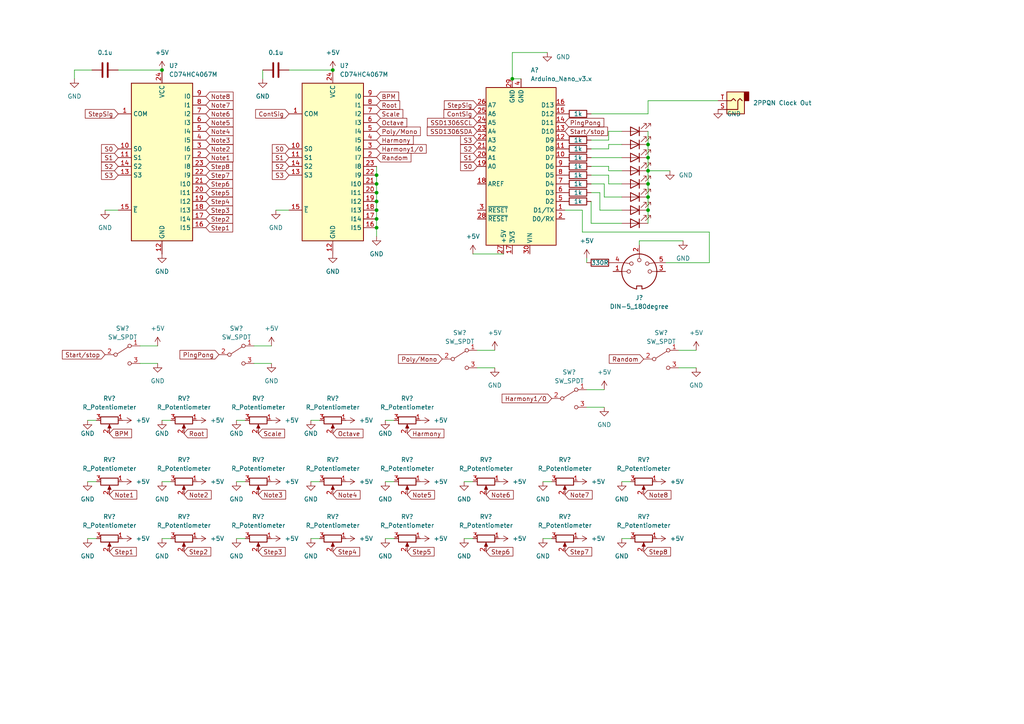
<source format=kicad_sch>
(kicad_sch (version 20211123) (generator eeschema)
  (paper "A4")
  (lib_symbols
    (symbol "74xx:CD74HC4067M"
      (property "Reference" "U" (at -8.89 22.86 0))
      (property "Value" "CD74HC4067M" (at 1.27 22.86 0))
      (symbol "CD74HC4067M_0_1"
        (rectangle (start -8.89 21.59) (end 8.89 -24.13) (stroke (width 0.254)) (fill (type background)))
      )
      (symbol "CD74HC4067M_1_1"
        (pin passive line (at -12.7 12.7 0) (length 3.81) (name "COM") (number "1"))
        (pin input line (at -12.7 2.54 0) (length 3.81) (name "S0") (number "10"))
        (pin input line (at -12.7 0 0) (length 3.81) (name "S1") (number "11"))
        (pin power_in line (at 0 -27.94 90) (length 3.81) (name "GND") (number "12"))
        (pin input line (at -12.7 -5.08 0) (length 3.81) (name "S3") (number "13"))
        (pin input line (at -12.7 -2.54 0) (length 3.81) (name "S2") (number "14"))
        (pin input line (at -12.7 -15.24 0) (length 3.81) (name "~{E}") (number "15"))
        (pin passive line (at 12.7 -20.32 180) (length 3.81) (name "I15") (number "16"))
        (pin passive line (at 12.7 -17.78 180) (length 3.81) (name "I14") (number "17"))
        (pin passive line (at 12.7 -15.24 180) (length 3.81) (name "I13") (number "18"))
        (pin passive line (at 12.7 -12.7 180) (length 3.81) (name "I12") (number "19"))
        (pin passive line (at 12.7 0 180) (length 3.81) (name "I7") (number "2"))
        (pin passive line (at 12.7 -10.16 180) (length 3.81) (name "I11") (number "20"))
        (pin passive line (at 12.7 -7.62 180) (length 3.81) (name "I10") (number "21"))
        (pin passive line (at 12.7 -5.08 180) (length 3.81) (name "I9") (number "22"))
        (pin passive line (at 12.7 -2.54 180) (length 3.81) (name "I8") (number "23"))
        (pin power_in line (at 0 25.4 270) (length 3.81) (name "VCC") (number "24"))
        (pin passive line (at 12.7 2.54 180) (length 3.81) (name "I6") (number "3"))
        (pin passive line (at 12.7 5.08 180) (length 3.81) (name "I5") (number "4"))
        (pin passive line (at 12.7 7.62 180) (length 3.81) (name "I4") (number "5"))
        (pin passive line (at 12.7 10.16 180) (length 3.81) (name "I3") (number "6"))
        (pin passive line (at 12.7 12.7 180) (length 3.81) (name "I2") (number "7"))
        (pin passive line (at 12.7 15.24 180) (length 3.81) (name "I1") (number "8"))
        (pin passive line (at 12.7 17.78 180) (length 3.81) (name "I0") (number "9"))
      )
    )
    (symbol "Connector:AudioJack2"
      (property "Reference" "J" (at 0 8.89 0))
      (property "Value" "AudioJack2" (at 0 6.35 0))
      (symbol "AudioJack2_0_1"
        (rectangle (start -3.81 0) (end -2.54 -2.54) (stroke (width 0.254)) (fill (type outline)))
        (rectangle (start -2.54 3.81) (end 2.54 -2.54) (stroke (width 0.254)) (fill (type background)))
        (polyline (pts (xy 0 0) (xy 0.635 -0.635) (xy 1.27 0) (xy 2.54 0)) (stroke (width 0.254)))
        (polyline (pts (xy 2.54 2.54) (xy -0.635 2.54) (xy -0.635 0) (xy -1.27 -0.635) (xy -1.905 0)) (stroke (width 0.254)))
      )
      (symbol "AudioJack2_1_1"
        (pin passive line (at 5.08 2.54 180) (length 2.54) (name "~") (number "S"))
        (pin passive line (at 5.08 0 180) (length 2.54) (name "~") (number "T"))
      )
    )
    (symbol "Connector:DIN-5_180degree" (pin_names (offset 1.016))
      (property "Reference" "J" (at 3.175 5.715 0))
      (property "Value" "DIN-5_180degree" (at 0 -6.35 0))
      (symbol "DIN-5_180degree_0_1"
        (arc (start -5.08 0) (mid -3.8609 -3.3364) (end -0.762 -5.08) (stroke (width 0.254)))
        (circle (center -3.048 0) (radius 0.508))
        (circle (center -2.286 2.286) (radius 0.508))
        (polyline (pts (xy -5.08 0) (xy -3.556 0)))
        (polyline (pts (xy 0 5.08) (xy 0 3.81)))
        (polyline (pts (xy 5.08 0) (xy 3.556 0)))
        (polyline (pts (xy -5.08 2.54) (xy -4.318 2.54) (xy -2.794 2.286)))
        (polyline (pts (xy 5.08 2.54) (xy 4.318 2.54) (xy 2.794 2.286)))
        (polyline (pts (xy -0.762 -4.953) (xy -0.762 -4.191) (xy 0.762 -4.191) (xy 0.762 -4.953)) (stroke (width 0.254)))
        (circle (center 0 3.302) (radius 0.508))
        (arc (start 0.762 -5.08) (mid 3.8685 -3.343) (end 5.08 0) (stroke (width 0.254)))
        (circle (center 2.286 2.286) (radius 0.508))
        (circle (center 3.048 0) (radius 0.508))
        (arc (start 5.08 0) (mid 0 5.08) (end -5.08 0) (stroke (width 0.254)))
      )
      (symbol "DIN-5_180degree_1_1"
        (pin passive line (at -7.62 0 0) (length 2.54) (name "~") (number "1"))
        (pin passive line (at 0 7.62 270) (length 2.54) (name "~") (number "2"))
        (pin passive line (at 7.62 0 180) (length 2.54) (name "~") (number "3"))
        (pin passive line (at -7.62 2.54 0) (length 2.54) (name "~") (number "4"))
        (pin passive line (at 7.62 2.54 180) (length 2.54) (name "~") (number "5"))
      )
    )
    (symbol "Device:C" (pin_numbers hide) (pin_names (offset 0.254))
      (property "Reference" "C" (at 0.635 2.54 0))
      (property "Value" "C" (at 0.635 -2.54 0))
      (symbol "C_0_1"
        (polyline (pts (xy -2.032 -0.762) (xy 2.032 -0.762)) (stroke (width 0.508)))
        (polyline (pts (xy -2.032 0.762) (xy 2.032 0.762)) (stroke (width 0.508)))
      )
      (symbol "C_1_1"
        (pin passive line (at 0 3.81 270) (length 2.794) (name "~") (number "1"))
        (pin passive line (at 0 -3.81 90) (length 2.794) (name "~") (number "2"))
      )
    )
    (symbol "Device:LED" (pin_numbers hide) (pin_names (offset 1.016) hide)
      (property "Reference" "D" (at 0 2.54 0))
      (property "Value" "LED" (at 0 -2.54 0))
      (symbol "LED_0_1"
        (polyline (pts (xy -1.27 -1.27) (xy -1.27 1.27)) (stroke (width 0.254)))
        (polyline (pts (xy -1.27 0) (xy 1.27 0)))
        (polyline (pts (xy 1.27 -1.27) (xy 1.27 1.27) (xy -1.27 0) (xy 1.27 -1.27)) (stroke (width 0.254)))
        (polyline (pts (xy -3.048 -0.762) (xy -4.572 -2.286) (xy -3.81 -2.286) (xy -4.572 -2.286) (xy -4.572 -1.524)))
        (polyline (pts (xy -1.778 -0.762) (xy -3.302 -2.286) (xy -2.54 -2.286) (xy -3.302 -2.286) (xy -3.302 -1.524)))
      )
      (symbol "LED_1_1"
        (pin passive line (at -3.81 0 0) (length 2.54) (name "K") (number "1"))
        (pin passive line (at 3.81 0 180) (length 2.54) (name "A") (number "2"))
      )
    )
    (symbol "Device:R" (pin_numbers hide) (pin_names (offset 0))
      (property "Reference" "R" (at 2.032 0 90))
      (property "Value" "R" (at 0 0 90))
      (symbol "R_0_1"
        (rectangle (start -1.016 -2.54) (end 1.016 2.54) (stroke (width 0.254)))
      )
      (symbol "R_1_1"
        (pin passive line (at 0 3.81 270) (length 1.27) (name "~") (number "1"))
        (pin passive line (at 0 -3.81 90) (length 1.27) (name "~") (number "2"))
      )
    )
    (symbol "Device:R_Potentiometer" (pin_names (offset 1.016) hide)
      (property "Reference" "RV" (at -4.445 0 90))
      (property "Value" "R_Potentiometer" (at -2.54 0 90))
      (symbol "R_Potentiometer_0_1"
        (polyline (pts (xy 2.54 0) (xy 1.524 0)))
        (polyline (pts (xy 1.143 0) (xy 2.286 0.508) (xy 2.286 -0.508) (xy 1.143 0)) (fill (type outline)))
        (rectangle (start 1.016 2.54) (end -1.016 -2.54) (stroke (width 0.254)))
      )
      (symbol "R_Potentiometer_1_1"
        (pin passive line (at 0 3.81 270) (length 1.27) (name "1") (number "1"))
        (pin passive line (at 3.81 0 180) (length 1.27) (name "2") (number "2"))
        (pin passive line (at 0 -3.81 90) (length 1.27) (name "3") (number "3"))
      )
    )
    (symbol "MCU_Module:Arduino_Nano_v3.x"
      (property "Reference" "A" (at -10.16 23.495 0))
      (property "Value" "Arduino_Nano_v3.x" (at 5.08 -24.13 0))
      (symbol "Arduino_Nano_v3.x_0_1"
        (rectangle (start -10.16 22.86) (end 10.16 -22.86) (stroke (width 0.254)) (fill (type background)))
      )
      (symbol "Arduino_Nano_v3.x_1_1"
        (pin bidirectional line (at -12.7 12.7 0) (length 2.54) (name "D1/TX") (number "1"))
        (pin bidirectional line (at -12.7 -2.54 0) (length 2.54) (name "D7") (number "10"))
        (pin bidirectional line (at -12.7 -5.08 0) (length 2.54) (name "D8") (number "11"))
        (pin bidirectional line (at -12.7 -7.62 0) (length 2.54) (name "D9") (number "12"))
        (pin bidirectional line (at -12.7 -10.16 0) (length 2.54) (name "D10") (number "13"))
        (pin bidirectional line (at -12.7 -12.7 0) (length 2.54) (name "D11") (number "14"))
        (pin bidirectional line (at -12.7 -15.24 0) (length 2.54) (name "D12") (number "15"))
        (pin bidirectional line (at -12.7 -17.78 0) (length 2.54) (name "D13") (number "16"))
        (pin power_out line (at 2.54 25.4 270) (length 2.54) (name "3V3") (number "17"))
        (pin input line (at 12.7 5.08 180) (length 2.54) (name "AREF") (number "18"))
        (pin bidirectional line (at 12.7 0 180) (length 2.54) (name "A0") (number "19"))
        (pin bidirectional line (at -12.7 15.24 0) (length 2.54) (name "D0/RX") (number "2"))
        (pin bidirectional line (at 12.7 -2.54 180) (length 2.54) (name "A1") (number "20"))
        (pin bidirectional line (at 12.7 -5.08 180) (length 2.54) (name "A2") (number "21"))
        (pin bidirectional line (at 12.7 -7.62 180) (length 2.54) (name "A3") (number "22"))
        (pin bidirectional line (at 12.7 -10.16 180) (length 2.54) (name "A4") (number "23"))
        (pin bidirectional line (at 12.7 -12.7 180) (length 2.54) (name "A5") (number "24"))
        (pin bidirectional line (at 12.7 -15.24 180) (length 2.54) (name "A6") (number "25"))
        (pin bidirectional line (at 12.7 -17.78 180) (length 2.54) (name "A7") (number "26"))
        (pin power_out line (at 5.08 25.4 270) (length 2.54) (name "+5V") (number "27"))
        (pin input line (at 12.7 15.24 180) (length 2.54) (name "~{RESET}") (number "28"))
        (pin power_in line (at 2.54 -25.4 90) (length 2.54) (name "GND") (number "29"))
        (pin input line (at 12.7 12.7 180) (length 2.54) (name "~{RESET}") (number "3"))
        (pin power_in line (at -2.54 25.4 270) (length 2.54) (name "VIN") (number "30"))
        (pin power_in line (at 0 -25.4 90) (length 2.54) (name "GND") (number "4"))
        (pin bidirectional line (at -12.7 10.16 0) (length 2.54) (name "D2") (number "5"))
        (pin bidirectional line (at -12.7 7.62 0) (length 2.54) (name "D3") (number "6"))
        (pin bidirectional line (at -12.7 5.08 0) (length 2.54) (name "D4") (number "7"))
        (pin bidirectional line (at -12.7 2.54 0) (length 2.54) (name "D5") (number "8"))
        (pin bidirectional line (at -12.7 0 0) (length 2.54) (name "D6") (number "9"))
      )
    )
    (symbol "Switch:SW_SPDT" (pin_names (offset 0) hide)
      (property "Reference" "SW" (at 0 4.318 0))
      (property "Value" "SW_SPDT" (at 0 -5.08 0))
      (symbol "SW_SPDT_0_0"
        (circle (center -2.032 0) (radius 0.508))
        (circle (center 2.032 -2.54) (radius 0.508))
      )
      (symbol "SW_SPDT_0_1"
        (polyline (pts (xy -1.524 0.254) (xy 1.651 2.286)))
        (circle (center 2.032 2.54) (radius 0.508))
      )
      (symbol "SW_SPDT_1_1"
        (pin passive line (at 5.08 2.54 180) (length 2.54) (name "A") (number "1"))
        (pin passive line (at -5.08 0 0) (length 2.54) (name "B") (number "2"))
        (pin passive line (at 5.08 -2.54 180) (length 2.54) (name "C") (number "3"))
      )
    )
    (symbol "power:+5V" (power) (pin_names (offset 0))
      (property "Value" "+5V" (at 0 3.556 0))
      (symbol "+5V_0_1"
        (polyline (pts (xy -0.762 1.27) (xy 0 2.54)))
        (polyline (pts (xy 0 0) (xy 0 2.54)))
        (polyline (pts (xy 0 2.54) (xy 0.762 1.27)))
      )
      (symbol "+5V_1_1"
        (pin power_in line (at 0 0 90) (length 0) hide (name "+5V") (number "1"))
      )
    )
    (symbol "power:GND" (power) (pin_names (offset 0))
      (property "Value" "GND" (at 0 -3.81 0))
      (symbol "GND_0_1"
        (polyline (pts (xy 0 0) (xy 0 -1.27) (xy 1.27 -1.27) (xy 0 -2.54) (xy -1.27 -1.27) (xy 0 -1.27)))
      )
      (symbol "GND_1_1"
        (pin power_in line (at 0 0 270) (length 0) hide (name "GND") (number "1"))
      )
    )
  )
  (junction (at 187.96 49.53))
  (junction (at 109.22 50.8))
  (junction (at 187.96 60.96))
  (junction (at 187.96 45.72))
  (junction (at 109.22 66.04))
  (junction (at 109.22 58.42))
  (junction (at 109.22 53.34))
  (junction (at 187.96 53.34))
  (junction (at 46.99 20.32))
  (junction (at 109.22 63.5))
  (junction (at 187.96 57.15))
  (junction (at 96.52 20.32))
  (junction (at 109.22 60.96))
  (junction (at 187.96 41.91))
  (junction (at 148.59 22.86))
  (junction (at 109.22 55.88))
  (wire (pts (xy 109.22 50.8) (xy 109.22 53.34)))
  (wire (pts (xy 171.45 58.42) (xy 171.45 64.77)))
  (wire (pts (xy 25.4 156.21) (xy 27.94 156.21)))
  (wire (pts (xy 138.43 101.6) (xy 143.51 101.6)))
  (wire (pts (xy 170.18 74.93) (xy 170.18 76.2)))
  (wire (pts (xy 176.53 38.1) (xy 180.34 38.1)))
  (wire (pts (xy 109.22 55.88) (xy 109.22 58.42)))
  (wire (pts (xy 175.26 57.15) (xy 180.34 57.15)))
  (wire (pts (xy 173.99 55.88) (xy 173.99 60.96)))
  (wire (pts (xy 187.96 60.96) (xy 187.96 64.77)))
  (wire (pts (xy 170.18 118.11) (xy 175.26 118.11)))
  (wire (pts (xy 171.45 53.34) (xy 175.26 53.34)))
  (wire (pts (xy 187.96 41.91) (xy 187.96 45.72)))
  (wire (pts (xy 163.83 60.96) (xy 168.91 60.96)))
  (wire (pts (xy 196.85 101.6) (xy 201.93 101.6)))
  (wire (pts (xy 171.45 55.88) (xy 173.99 55.88)))
  (wire (pts (xy 68.58 121.92) (xy 71.12 121.92)))
  (wire (pts (xy 46.99 121.92) (xy 49.53 121.92)))
  (wire (pts (xy 25.4 139.7) (xy 27.94 139.7)))
  (wire (pts (xy 134.62 139.7) (xy 137.16 139.7)))
  (wire (pts (xy 25.4 121.92) (xy 27.94 121.92)))
  (wire (pts (xy 187.96 53.34) (xy 187.96 57.15)))
  (wire (pts (xy 185.42 71.12) (xy 185.42 69.85)))
  (wire (pts (xy 157.48 156.21) (xy 160.02 156.21)))
  (wire (pts (xy 34.29 20.32) (xy 46.99 20.32)))
  (wire (pts (xy 176.53 49.53) (xy 180.34 49.53)))
  (wire (pts (xy 148.59 22.86) (xy 151.13 22.86)))
  (wire (pts (xy 134.62 156.21) (xy 137.16 156.21)))
  (wire (pts (xy 109.22 63.5) (xy 109.22 66.04)))
  (wire (pts (xy 176.53 48.26) (xy 176.53 49.53)))
  (wire (pts (xy 176.53 41.91) (xy 176.53 43.18)))
  (wire (pts (xy 90.17 139.7) (xy 92.71 139.7)))
  (wire (pts (xy 171.45 64.77) (xy 180.34 64.77)))
  (wire (pts (xy 90.17 156.21) (xy 92.71 156.21)))
  (wire (pts (xy 21.59 22.86) (xy 21.59 20.32)))
  (wire (pts (xy 180.34 53.34) (xy 176.53 53.34)))
  (wire (pts (xy 170.18 113.03) (xy 175.26 113.03)))
  (wire (pts (xy 109.22 60.96) (xy 109.22 63.5)))
  (wire (pts (xy 73.66 100.33) (xy 78.74 100.33)))
  (wire (pts (xy 40.64 105.41) (xy 45.72 105.41)))
  (wire (pts (xy 205.74 67.31) (xy 205.74 76.2)))
  (wire (pts (xy 180.34 41.91) (xy 176.53 41.91)))
  (wire (pts (xy 187.96 49.53) (xy 194.31 49.53)))
  (wire (pts (xy 111.76 121.92) (xy 114.3 121.92)))
  (wire (pts (xy 171.45 40.64) (xy 176.53 40.64)))
  (wire (pts (xy 180.34 139.7) (xy 182.88 139.7)))
  (wire (pts (xy 187.96 45.72) (xy 187.96 49.53)))
  (wire (pts (xy 176.53 40.64) (xy 176.53 38.1)))
  (wire (pts (xy 109.22 66.04) (xy 109.22 68.58)))
  (wire (pts (xy 40.64 100.33) (xy 45.72 100.33)))
  (wire (pts (xy 90.17 121.92) (xy 92.71 121.92)))
  (wire (pts (xy 76.2 20.32) (xy 76.2 22.86)))
  (wire (pts (xy 109.22 48.26) (xy 109.22 50.8)))
  (wire (pts (xy 111.76 156.21) (xy 114.3 156.21)))
  (wire (pts (xy 168.91 60.96) (xy 168.91 67.31)))
  (wire (pts (xy 138.43 106.68) (xy 143.51 106.68)))
  (wire (pts (xy 185.42 69.85) (xy 198.12 69.85)))
  (wire (pts (xy 176.53 43.18) (xy 171.45 43.18)))
  (wire (pts (xy 83.82 20.32) (xy 96.52 20.32)))
  (wire (pts (xy 176.53 53.34) (xy 176.53 50.8)))
  (wire (pts (xy 187.96 29.21) (xy 208.28 29.21)))
  (wire (pts (xy 171.45 45.72) (xy 180.34 45.72)))
  (wire (pts (xy 109.22 58.42) (xy 109.22 60.96)))
  (wire (pts (xy 168.91 67.31) (xy 205.74 67.31)))
  (wire (pts (xy 180.34 156.21) (xy 182.88 156.21)))
  (wire (pts (xy 111.76 139.7) (xy 114.3 139.7)))
  (wire (pts (xy 187.96 38.1) (xy 187.96 41.91)))
  (wire (pts (xy 157.48 139.7) (xy 160.02 139.7)))
  (wire (pts (xy 187.96 33.02) (xy 187.96 29.21)))
  (wire (pts (xy 68.58 139.7) (xy 71.12 139.7)))
  (wire (pts (xy 187.96 57.15) (xy 187.96 60.96)))
  (wire (pts (xy 176.53 50.8) (xy 171.45 50.8)))
  (wire (pts (xy 171.45 48.26) (xy 176.53 48.26)))
  (wire (pts (xy 68.58 156.21) (xy 71.12 156.21)))
  (wire (pts (xy 34.29 60.96) (xy 30.48 60.96)))
  (wire (pts (xy 205.74 76.2) (xy 193.04 76.2)))
  (wire (pts (xy 46.99 156.21) (xy 49.53 156.21)))
  (wire (pts (xy 196.85 106.68) (xy 201.93 106.68)))
  (wire (pts (xy 173.99 60.96) (xy 180.34 60.96)))
  (wire (pts (xy 158.75 15.24) (xy 148.59 15.24)))
  (wire (pts (xy 109.22 53.34) (xy 109.22 55.88)))
  (wire (pts (xy 148.59 15.24) (xy 148.59 22.86)))
  (wire (pts (xy 21.59 20.32) (xy 26.67 20.32)))
  (wire (pts (xy 187.96 49.53) (xy 187.96 53.34)))
  (wire (pts (xy 171.45 33.02) (xy 187.96 33.02)))
  (wire (pts (xy 80.01 60.96) (xy 83.82 60.96)))
  (wire (pts (xy 46.99 139.7) (xy 49.53 139.7)))
  (wire (pts (xy 175.26 53.34) (xy 175.26 57.15)))
  (wire (pts (xy 73.66 105.41) (xy 78.74 105.41)))
  (wire (pts (xy 137.16 73.66) (xy 146.05 73.66)))
  (global_label "Note1" (shape input) (at 59.69 45.72 0) (property "Intersheet References" "${INTERSHEET_REFS}" (effects hide)))
  (global_label "Note4" (shape input) (at 96.52 143.51 0) (property "Intersheet References" "${INTERSHEET_REFS}" (effects hide)))
  (global_label "Poly{slash}Mono" (shape input) (at 109.22 38.1 0) (property "Intersheet References" "${INTERSHEET_REFS}" (effects hide)))
  (global_label "Step1" (shape input) (at 59.69 66.04 0) (property "Intersheet References" "${INTERSHEET_REFS}" (effects hide)))
  (global_label "Step5" (shape input) (at 118.11 160.02 0) (property "Intersheet References" "${INTERSHEET_REFS}" (effects hide)))
  (global_label "Note2" (shape input) (at 53.34 143.51 0) (property "Intersheet References" "${INTERSHEET_REFS}" (effects hide)))
  (global_label "Note1" (shape input) (at 31.75 143.51 0) (property "Intersheet References" "${INTERSHEET_REFS}" (effects hide)))
  (global_label "S0" (shape input) (at 83.82 43.18 180) (property "Intersheet References" "${INTERSHEET_REFS}" (effects hide)))
  (global_label "BPM" (shape input) (at 109.22 27.94 0) (property "Intersheet References" "${INTERSHEET_REFS}" (effects hide)))
  (global_label "PingPong" (shape input) (at 163.83 35.56 0) (property "Intersheet References" "${INTERSHEET_REFS}" (effects hide)))
  (global_label "S1" (shape input) (at 34.29 45.72 180) (property "Intersheet References" "${INTERSHEET_REFS}" (effects hide)))
  (global_label "Octave" (shape input) (at 109.22 35.56 0) (property "Intersheet References" "${INTERSHEET_REFS}" (effects hide)))
  (global_label "S1" (shape input) (at 138.43 45.72 180) (property "Intersheet References" "${INTERSHEET_REFS}" (effects hide)))
  (global_label "Harmony1{slash}0" (shape input) (at 109.22 43.18 0) (property "Intersheet References" "${INTERSHEET_REFS}" (effects hide)))
  (global_label "S3" (shape input) (at 138.43 40.64 180) (property "Intersheet References" "${INTERSHEET_REFS}" (effects hide)))
  (global_label "Step5" (shape input) (at 59.69 55.88 0) (property "Intersheet References" "${INTERSHEET_REFS}" (effects hide)))
  (global_label "Step2" (shape input) (at 59.69 63.5 0) (property "Intersheet References" "${INTERSHEET_REFS}" (effects hide)))
  (global_label "Poly{slash}Mono" (shape input) (at 128.27 104.14 180) (property "Intersheet References" "${INTERSHEET_REFS}" (effects hide)))
  (global_label "PingPong" (shape input) (at 63.5 102.87 180) (property "Intersheet References" "${INTERSHEET_REFS}" (effects hide)))
  (global_label "Step8" (shape input) (at 186.69 160.02 0) (property "Intersheet References" "${INTERSHEET_REFS}" (effects hide)))
  (global_label "Note3" (shape input) (at 74.93 143.51 0) (property "Intersheet References" "${INTERSHEET_REFS}" (effects hide)))
  (global_label "Note2" (shape input) (at 59.69 43.18 0) (property "Intersheet References" "${INTERSHEET_REFS}" (effects hide)))
  (global_label "Harmony1{slash}0" (shape input) (at 160.02 115.57 180) (property "Intersheet References" "${INTERSHEET_REFS}" (effects hide)))
  (global_label "Note6" (shape input) (at 140.97 143.51 0) (property "Intersheet References" "${INTERSHEET_REFS}" (effects hide)))
  (global_label "S3" (shape input) (at 34.29 50.8 180) (property "Intersheet References" "${INTERSHEET_REFS}" (effects hide)))
  (global_label "Step8" (shape input) (at 59.69 48.26 0) (property "Intersheet References" "${INTERSHEET_REFS}" (effects hide)))
  (global_label "Random" (shape input) (at 186.69 104.14 180) (property "Intersheet References" "${INTERSHEET_REFS}" (effects hide)))
  (global_label "Note8" (shape input) (at 59.69 27.94 0) (property "Intersheet References" "${INTERSHEET_REFS}" (effects hide)))
  (global_label "Step3" (shape input) (at 74.93 160.02 0) (property "Intersheet References" "${INTERSHEET_REFS}" (effects hide)))
  (global_label "Step7" (shape input) (at 163.83 160.02 0) (property "Intersheet References" "${INTERSHEET_REFS}" (effects hide)))
  (global_label "SSD1306SDA" (shape input) (at 138.43 38.1 180) (property "Intersheet References" "${INTERSHEET_REFS}" (effects hide)))
  (global_label "S2" (shape input) (at 83.82 48.26 180) (property "Intersheet References" "${INTERSHEET_REFS}" (effects hide)))
  (global_label "Step2" (shape input) (at 53.34 160.02 0) (property "Intersheet References" "${INTERSHEET_REFS}" (effects hide)))
  (global_label "Root" (shape input) (at 109.22 30.48 0) (property "Intersheet References" "${INTERSHEET_REFS}" (effects hide)))
  (global_label "Step7" (shape input) (at 59.69 50.8 0) (property "Intersheet References" "${INTERSHEET_REFS}" (effects hide)))
  (global_label "Step6" (shape input) (at 140.97 160.02 0) (property "Intersheet References" "${INTERSHEET_REFS}" (effects hide)))
  (global_label "Harmony" (shape input) (at 109.22 40.64 0) (property "Intersheet References" "${INTERSHEET_REFS}" (effects hide)))
  (global_label "StepSig" (shape input) (at 138.43 30.48 180) (property "Intersheet References" "${INTERSHEET_REFS}" (effects hide)))
  (global_label "Note7" (shape input) (at 59.69 30.48 0) (property "Intersheet References" "${INTERSHEET_REFS}" (effects hide)))
  (global_label "Step3" (shape input) (at 59.69 60.96 0) (property "Intersheet References" "${INTERSHEET_REFS}" (effects hide)))
  (global_label "S2" (shape input) (at 34.29 48.26 180) (property "Intersheet References" "${INTERSHEET_REFS}" (effects hide)))
  (global_label "SSD1306SCL" (shape input) (at 138.43 35.56 180) (property "Intersheet References" "${INTERSHEET_REFS}" (effects hide)))
  (global_label "Root" (shape input) (at 53.34 125.73 0) (property "Intersheet References" "${INTERSHEET_REFS}" (effects hide)))
  (global_label "S0" (shape input) (at 34.29 43.18 180) (property "Intersheet References" "${INTERSHEET_REFS}" (effects hide)))
  (global_label "S3" (shape input) (at 83.82 50.8 180) (property "Intersheet References" "${INTERSHEET_REFS}" (effects hide)))
  (global_label "Step6" (shape input) (at 59.69 53.34 0) (property "Intersheet References" "${INTERSHEET_REFS}" (effects hide)))
  (global_label "ContSig" (shape input) (at 138.43 33.02 180) (property "Intersheet References" "${INTERSHEET_REFS}" (effects hide)))
  (global_label "Note3" (shape input) (at 59.69 40.64 0) (property "Intersheet References" "${INTERSHEET_REFS}" (effects hide)))
  (global_label "Scale" (shape input) (at 109.22 33.02 0) (property "Intersheet References" "${INTERSHEET_REFS}" (effects hide)))
  (global_label "Note8" (shape input) (at 186.69 143.51 0) (property "Intersheet References" "${INTERSHEET_REFS}" (effects hide)))
  (global_label "Note6" (shape input) (at 59.69 33.02 0) (property "Intersheet References" "${INTERSHEET_REFS}" (effects hide)))
  (global_label "Note5" (shape input) (at 59.69 35.56 0) (property "Intersheet References" "${INTERSHEET_REFS}" (effects hide)))
  (global_label "Note5" (shape input) (at 118.11 143.51 0) (property "Intersheet References" "${INTERSHEET_REFS}" (effects hide)))
  (global_label "Step4" (shape input) (at 59.69 58.42 0) (property "Intersheet References" "${INTERSHEET_REFS}" (effects hide)))
  (global_label "Random" (shape input) (at 109.22 45.72 0) (property "Intersheet References" "${INTERSHEET_REFS}" (effects hide)))
  (global_label "Scale" (shape input) (at 74.93 125.73 0) (property "Intersheet References" "${INTERSHEET_REFS}" (effects hide)))
  (global_label "S0" (shape input) (at 138.43 48.26 180) (property "Intersheet References" "${INTERSHEET_REFS}" (effects hide)))
  (global_label "Start{slash}stop" (shape input) (at 163.83 38.1 0) (property "Intersheet References" "${INTERSHEET_REFS}" (effects hide)))
  (global_label "Step4" (shape input) (at 96.52 160.02 0) (property "Intersheet References" "${INTERSHEET_REFS}" (effects hide)))
  (global_label "Octave" (shape input) (at 96.52 125.73 0) (property "Intersheet References" "${INTERSHEET_REFS}" (effects hide)))
  (global_label "Note4" (shape input) (at 59.69 38.1 0) (property "Intersheet References" "${INTERSHEET_REFS}" (effects hide)))
  (global_label "S2" (shape input) (at 138.43 43.18 180) (property "Intersheet References" "${INTERSHEET_REFS}" (effects hide)))
  (global_label "ContSig" (shape input) (at 83.82 33.02 180) (property "Intersheet References" "${INTERSHEET_REFS}" (effects hide)))
  (global_label "StepSig" (shape input) (at 34.29 33.02 180) (property "Intersheet References" "${INTERSHEET_REFS}" (effects hide)))
  (global_label "BPM" (shape input) (at 31.75 125.73 0) (property "Intersheet References" "${INTERSHEET_REFS}" (effects hide)))
  (global_label "Note7" (shape input) (at 163.83 143.51 0) (property "Intersheet References" "${INTERSHEET_REFS}" (effects hide)))
  (global_label "Start{slash}stop" (shape input) (at 30.48 102.87 180) (property "Intersheet References" "${INTERSHEET_REFS}" (effects hide)))
  (global_label "S1" (shape input) (at 83.82 45.72 180) (property "Intersheet References" "${INTERSHEET_REFS}" (effects hide)))
  (global_label "Harmony" (shape input) (at 118.11 125.73 0) (property "Intersheet References" "${INTERSHEET_REFS}" (effects hide)))
  (global_label "Step1" (shape input) (at 31.75 160.02 0) (property "Intersheet References" "${INTERSHEET_REFS}" (effects hide)))
  (symbol (lib_id "power:GND") (at 30.48 60.96 0) (unit 1)
    (property "Reference" "#PWR?" (effects hide))
    (property "Value" "GND" (at 30.48 66.04 0))
  )
  (symbol (lib_id "power:+5V") (at 45.72 100.33 0) (unit 1)
    (property "Reference" "#PWR?" (effects hide))
    (property "Value" "+5V" (at 45.72 95.25 0))
  )
  (symbol (lib_id "Device:R_Potentiometer") (at 96.52 139.7 270) (unit 1)
    (property "Reference" "RV?" (at 96.52 133.35 90))
    (property "Value" "R_Potentiometer" (at 96.52 135.89 90))
  )
  (symbol (lib_id "power:GND") (at 208.28 31.75 0) (unit 1)
    (property "Reference" "#PWR?" (effects hide))
    (property "Value" "GND" (at 210.82 33.0199 0) (effects (justify left)))
  )
  (symbol (lib_id "Switch:SW_SPDT") (at 191.77 104.14 0) (unit 1)
    (property "Reference" "SW?" (at 191.77 96.52 0))
    (property "Value" "SW_SPDT" (at 191.77 99.06 0))
  )
  (symbol (lib_id "power:GND") (at 134.62 139.7 0) (unit 1)
    (property "Reference" "#PWR?" (effects hide))
    (property "Value" "GND" (at 134.62 144.78 0))
  )
  (symbol (lib_id "Device:R_Potentiometer") (at 96.52 121.92 270) (unit 1)
    (property "Reference" "RV?" (at 96.52 115.57 90))
    (property "Value" "R_Potentiometer" (at 96.52 118.11 90))
  )
  (symbol (lib_id "Device:R") (at 167.64 48.26 90) (unit 1)
    (property "Reference" "R?" (effects hide))
    (property "Value" "1k" (at 167.64 48.26 90))
  )
  (symbol (lib_id "power:GND") (at 194.31 49.53 0) (unit 1)
    (property "Reference" "#PWR?" (effects hide))
    (property "Value" "GND" (at 196.85 50.7999 0) (effects (justify left)))
  )
  (symbol (lib_id "Switch:SW_SPDT") (at 35.56 102.87 0) (unit 1)
    (property "Reference" "SW?" (at 35.56 95.25 0))
    (property "Value" "SW_SPDT" (at 35.56 97.79 0))
  )
  (symbol (lib_id "power:+5V") (at 167.64 156.21 270) (unit 1)
    (property "Reference" "#PWR?" (effects hide))
    (property "Value" "+5V" (at 171.45 156.2099 90) (effects (justify left)))
  )
  (symbol (lib_id "power:GND") (at 134.62 156.21 0) (unit 1)
    (property "Reference" "#PWR?" (effects hide))
    (property "Value" "GND" (at 134.62 161.29 0))
  )
  (symbol (lib_id "Device:R") (at 167.64 55.88 90) (unit 1)
    (property "Reference" "R?" (effects hide))
    (property "Value" "1k" (at 167.64 55.88 90))
  )
  (symbol (lib_id "Device:C") (at 30.48 20.32 270) (unit 1)
    (property "Reference" "C?" (effects hide))
    (property "Value" "0.1u" (at 30.48 15.24 90))
  )
  (symbol (lib_id "Device:R") (at 167.64 50.8 90) (unit 1)
    (property "Reference" "R?" (effects hide))
    (property "Value" "1k" (at 167.64 50.8 90))
  )
  (symbol (lib_id "power:GND") (at 68.58 139.7 0) (unit 1)
    (property "Reference" "#PWR?" (effects hide))
    (property "Value" "GND" (at 68.58 144.78 0))
  )
  (symbol (lib_id "power:GND") (at 111.76 156.21 0) (unit 1)
    (property "Reference" "#PWR?" (effects hide))
    (property "Value" "GND" (at 111.76 161.29 0))
  )
  (symbol (lib_id "power:+5V") (at 78.74 139.7 270) (unit 1)
    (property "Reference" "#PWR?" (effects hide))
    (property "Value" "+5V" (at 82.55 139.6999 90) (effects (justify left)))
  )
  (symbol (lib_id "power:+5V") (at 170.18 74.93 0) (unit 1)
    (property "Reference" "#PWR?" (effects hide))
    (property "Value" "+5V" (at 170.18 69.85 0))
  )
  (symbol (lib_id "power:GND") (at 76.2 22.86 0) (unit 1)
    (property "Reference" "#PWR?" (effects hide))
    (property "Value" "GND" (at 76.2 27.94 0))
  )
  (symbol (lib_id "Device:R_Potentiometer") (at 140.97 139.7 270) (unit 1)
    (property "Reference" "RV?" (at 140.97 133.35 90))
    (property "Value" "R_Potentiometer" (at 140.97 135.89 90))
  )
  (symbol (lib_id "power:+5V") (at 78.74 121.92 270) (unit 1)
    (property "Reference" "#PWR?" (effects hide))
    (property "Value" "+5V" (at 82.55 121.9199 90) (effects (justify left)))
  )
  (symbol (lib_id "power:+5V") (at 201.93 101.6 0) (unit 1)
    (property "Reference" "#PWR?" (effects hide))
    (property "Value" "+5V" (at 201.93 96.52 0))
  )
  (symbol (lib_id "power:GND") (at 90.17 121.92 0) (unit 1)
    (property "Reference" "#PWR?" (effects hide))
    (property "Value" "GND" (at 90.17 125.73 0))
  )
  (symbol (lib_id "power:GND") (at 46.99 139.7 0) (unit 1)
    (property "Reference" "#PWR?" (effects hide))
    (property "Value" "GND" (at 46.99 144.78 0))
  )
  (symbol (lib_id "Device:R_Potentiometer") (at 31.75 121.92 270) (unit 1)
    (property "Reference" "RV?" (at 31.75 115.57 90))
    (property "Value" "R_Potentiometer" (at 31.75 118.11 90))
  )
  (symbol (lib_id "Device:R_Potentiometer") (at 140.97 156.21 270) (unit 1)
    (property "Reference" "RV?" (at 140.97 149.86 90))
    (property "Value" "R_Potentiometer" (at 140.97 152.4 90))
  )
  (symbol (lib_id "power:GND") (at 80.01 60.96 0) (unit 1)
    (property "Reference" "#PWR?" (effects hide))
    (property "Value" "GND" (at 80.01 66.04 0))
  )
  (symbol (lib_id "power:GND") (at 157.48 139.7 0) (unit 1)
    (property "Reference" "#PWR?" (effects hide))
    (property "Value" "GND" (at 157.48 144.78 0))
  )
  (symbol (lib_id "Device:LED") (at 184.15 60.96 180) (unit 1)
    (property "Reference" "D?" (effects hide))
    (property "Value" "LED" (effects hide))
  )
  (symbol (lib_id "power:GND") (at 111.76 121.92 0) (unit 1)
    (property "Reference" "#PWR?" (effects hide))
    (property "Value" "GND" (at 111.76 125.73 0))
  )
  (symbol (lib_id "Device:R_Potentiometer") (at 96.52 156.21 270) (unit 1)
    (property "Reference" "RV?" (at 96.52 149.86 90))
    (property "Value" "R_Potentiometer" (at 96.52 152.4 90))
  )
  (symbol (lib_id "power:+5V") (at 46.99 20.32 0) (unit 1)
    (property "Reference" "#PWR?" (effects hide))
    (property "Value" "+5V" (at 46.99 15.24 0))
  )
  (symbol (lib_id "Device:R_Potentiometer") (at 31.75 156.21 270) (unit 1)
    (property "Reference" "RV?" (at 31.75 149.86 90))
    (property "Value" "R_Potentiometer" (at 31.75 152.4 90))
  )
  (symbol (lib_id "power:GND") (at 143.51 106.68 0) (unit 1)
    (property "Reference" "#PWR?" (effects hide))
    (property "Value" "GND" (at 143.51 111.76 0))
  )
  (symbol (lib_id "power:GND") (at 90.17 156.21 0) (unit 1)
    (property "Reference" "#PWR?" (effects hide))
    (property "Value" "GND" (at 90.17 161.29 0))
  )
  (symbol (lib_id "power:GND") (at 175.26 118.11 0) (unit 1)
    (property "Reference" "#PWR?" (effects hide))
    (property "Value" "GND" (at 175.26 123.19 0))
  )
  (symbol (lib_id "Device:R_Potentiometer") (at 74.93 121.92 270) (unit 1)
    (property "Reference" "RV?" (at 74.93 115.57 90))
    (property "Value" "R_Potentiometer" (at 74.93 118.11 90))
  )
  (symbol (lib_id "Device:R_Potentiometer") (at 163.83 139.7 270) (unit 1)
    (property "Reference" "RV?" (at 163.83 133.35 90))
    (property "Value" "R_Potentiometer" (at 163.83 135.89 90))
  )
  (symbol (lib_id "power:GND") (at 158.75 15.24 0) (unit 1)
    (property "Reference" "#PWR?" (effects hide))
    (property "Value" "GND" (at 161.29 16.5099 0) (effects (justify left)))
  )
  (symbol (lib_id "Device:R") (at 167.64 43.18 90) (unit 1)
    (property "Reference" "R?" (effects hide))
    (property "Value" "1k" (at 167.64 43.18 90))
  )
  (symbol (lib_id "power:+5V") (at 78.74 156.21 270) (unit 1)
    (property "Reference" "#PWR?" (effects hide))
    (property "Value" "+5V" (at 82.55 156.2099 90) (effects (justify left)))
  )
  (symbol (lib_id "Device:LED") (at 184.15 49.53 180) (unit 1)
    (property "Reference" "D?" (effects hide))
    (property "Value" "LED" (effects hide))
  )
  (symbol (lib_id "power:GND") (at 25.4 156.21 0) (unit 1)
    (property "Reference" "#PWR?" (effects hide))
    (property "Value" "GND" (at 25.4 161.29 0))
  )
  (symbol (lib_id "Device:R_Potentiometer") (at 186.69 139.7 270) (unit 1)
    (property "Reference" "RV?" (at 186.69 133.35 90))
    (property "Value" "R_Potentiometer" (at 186.69 135.89 90))
  )
  (symbol (lib_id "power:GND") (at 157.48 156.21 0) (unit 1)
    (property "Reference" "#PWR?" (effects hide))
    (property "Value" "GND" (at 157.48 161.29 0))
  )
  (symbol (lib_id "power:+5V") (at 190.5 139.7 270) (unit 1)
    (property "Reference" "#PWR?" (effects hide))
    (property "Value" "+5V" (at 194.31 139.6999 90) (effects (justify left)))
  )
  (symbol (lib_id "power:+5V") (at 121.92 139.7 270) (unit 1)
    (property "Reference" "#PWR?" (effects hide))
    (property "Value" "+5V" (at 125.73 139.6999 90) (effects (justify left)))
  )
  (symbol (lib_id "74xx:CD74HC4067M") (at 96.52 45.72 0) (unit 1)
    (property "Reference" "U?" (at 98.5394 19.05 0) (effects (justify left)))
    (property "Value" "CD74HC4067M" (at 98.5394 21.59 0) (effects (justify left)))
    (property "Footprint" "Package_SO:SOIC-24W_7.5x15.4mm_P1.27mm" (effects hide))
    (property "Datasheet" "http://www.ti.com/lit/ds/symlink/cd74hc4067.pdf" (effects hide))
  )
  (symbol (lib_id "power:GND") (at 46.99 121.92 0) (unit 1)
    (property "Reference" "#PWR?" (effects hide))
    (property "Value" "GND" (at 46.99 125.73 0))
  )
  (symbol (lib_id "power:GND") (at 180.34 139.7 0) (unit 1)
    (property "Reference" "#PWR?" (effects hide))
    (property "Value" "GND" (at 180.34 144.78 0))
  )
  (symbol (lib_id "power:GND") (at 109.22 68.58 0) (unit 1)
    (property "Reference" "#PWR?" (effects hide))
    (property "Value" "GND" (at 109.22 73.66 0))
  )
  (symbol (lib_id "power:+5V") (at 121.92 121.92 270) (unit 1)
    (property "Reference" "#PWR?" (effects hide))
    (property "Value" "+5V" (at 125.73 121.9199 90) (effects (justify left)))
  )
  (symbol (lib_id "power:GND") (at 198.12 69.85 0) (unit 1)
    (property "Reference" "#PWR?" (effects hide))
    (property "Value" "GND" (at 198.12 74.93 0))
  )
  (symbol (lib_id "power:+5V") (at 121.92 156.21 270) (unit 1)
    (property "Reference" "#PWR?" (effects hide))
    (property "Value" "+5V" (at 125.73 156.2099 90) (effects (justify left)))
  )
  (symbol (lib_id "Connector:AudioJack2") (at 213.36 29.21 180) (unit 1)
    (property "Reference" "J?" (effects hide))
    (property "Value" "2PPQN Clock Out" (at 218.44 29.8449 0) (effects (justify right)))
  )
  (symbol (lib_id "Device:R_Potentiometer") (at 163.83 156.21 270) (unit 1)
    (property "Reference" "RV?" (at 163.83 149.86 90))
    (property "Value" "R_Potentiometer" (at 163.83 152.4 90))
  )
  (symbol (lib_id "power:+5V") (at 96.52 20.32 0) (unit 1)
    (property "Reference" "#PWR?" (effects hide))
    (property "Value" "+5V" (at 96.52 15.24 0))
  )
  (symbol (lib_id "Device:R_Potentiometer") (at 53.34 139.7 270) (unit 1)
    (property "Reference" "RV?" (at 53.34 133.35 90))
    (property "Value" "R_Potentiometer" (at 53.34 135.89 90))
  )
  (symbol (lib_id "Switch:SW_SPDT") (at 133.35 104.14 0) (unit 1)
    (property "Reference" "SW?" (at 133.35 96.52 0))
    (property "Value" "SW_SPDT" (at 133.35 99.06 0))
  )
  (symbol (lib_id "power:GND") (at 25.4 139.7 0) (unit 1)
    (property "Reference" "#PWR?" (effects hide))
    (property "Value" "GND" (at 25.4 144.78 0))
  )
  (symbol (lib_id "power:GND") (at 25.4 121.92 0) (unit 1)
    (property "Reference" "#PWR?" (effects hide))
    (property "Value" "GND" (at 25.4 125.73 0))
  )
  (symbol (lib_id "Device:LED") (at 184.15 45.72 180) (unit 1)
    (property "Reference" "D?" (effects hide))
    (property "Value" "LED" (effects hide))
  )
  (symbol (lib_id "Device:R") (at 173.99 76.2 90) (unit 1)
    (property "Reference" "R?" (effects hide))
    (property "Value" "330R" (at 173.99 76.2 90))
  )
  (symbol (lib_id "power:GND") (at 21.59 22.86 0) (unit 1)
    (property "Reference" "#PWR?" (effects hide))
    (property "Value" "GND" (at 21.59 27.94 0))
  )
  (symbol (lib_id "power:+5V") (at 190.5 156.21 270) (unit 1)
    (property "Reference" "#PWR?" (effects hide))
    (property "Value" "+5V" (at 194.31 156.2099 90) (effects (justify left)))
  )
  (symbol (lib_id "power:GND") (at 201.93 106.68 0) (unit 1)
    (property "Reference" "#PWR?" (effects hide))
    (property "Value" "GND" (at 201.93 111.76 0))
  )
  (symbol (lib_id "MCU_Module:Arduino_Nano_v3.x") (at 151.13 48.26 180) (unit 1)
    (property "Reference" "A?" (at 153.8987 20.32 0) (effects (justify right)))
    (property "Value" "Arduino_Nano_v3.x" (at 153.8987 22.86 0) (effects (justify right)))
    (property "Footprint" "Module:Arduino_Nano" (effects hide))
    (property "Datasheet" "http://www.mouser.com/pdfdocs/Gravitech_Arduino_Nano3_0.pdf" (effects hide))
  )
  (symbol (lib_id "Switch:SW_SPDT") (at 68.58 102.87 0) (unit 1)
    (property "Reference" "SW?" (at 68.58 95.25 0))
    (property "Value" "SW_SPDT" (at 68.58 97.79 0))
  )
  (symbol (lib_id "Device:LED") (at 184.15 53.34 180) (unit 1)
    (property "Reference" "D?" (effects hide))
    (property "Value" "LED" (effects hide))
  )
  (symbol (lib_id "Device:LED") (at 184.15 57.15 180) (unit 1)
    (property "Reference" "D?" (effects hide))
    (property "Value" "LED" (effects hide))
  )
  (symbol (lib_id "Connector:DIN-5_180degree") (at 185.42 78.74 0) (unit 1)
    (property "Reference" "J?" (at 185.4201 86.36 0))
    (property "Value" "DIN-5_180degree" (at 185.4201 88.9 0))
    (property "Datasheet" "http://www.mouser.com/ds/2/18/40_c091_abd_e-75918.pdf" (effects hide))
  )
  (symbol (lib_id "power:GND") (at 45.72 105.41 0) (unit 1)
    (property "Reference" "#PWR?" (effects hide))
    (property "Value" "GND" (at 45.72 110.49 0))
  )
  (symbol (lib_id "Device:R_Potentiometer") (at 31.75 139.7 270) (unit 1)
    (property "Reference" "RV?" (at 31.75 133.35 90))
    (property "Value" "R_Potentiometer" (at 31.75 135.89 90))
  )
  (symbol (lib_id "Device:R") (at 167.64 58.42 90) (unit 1)
    (property "Reference" "R?" (effects hide))
    (property "Value" "1k" (at 167.64 58.42 90))
  )
  (symbol (lib_id "power:GND") (at 68.58 156.21 0) (unit 1)
    (property "Reference" "#PWR?" (effects hide))
    (property "Value" "GND" (at 68.58 161.29 0))
  )
  (symbol (lib_id "Device:R") (at 167.64 33.02 90) (unit 1)
    (property "Reference" "R?" (effects hide))
    (property "Value" "1k" (at 167.64 33.02 90))
  )
  (symbol (lib_id "power:+5V") (at 35.56 156.21 270) (unit 1)
    (property "Reference" "#PWR?" (effects hide))
    (property "Value" "+5V" (at 39.37 156.2099 90) (effects (justify left)))
  )
  (symbol (lib_id "power:GND") (at 96.52 73.66 0) (unit 1)
    (property "Reference" "#PWR?" (effects hide))
    (property "Value" "GND" (at 96.52 78.74 0))
  )
  (symbol (lib_id "74xx:CD74HC4067M") (at 46.99 45.72 0) (unit 1)
    (property "Reference" "U?" (at 49.0094 19.05 0) (effects (justify left)))
    (property "Value" "CD74HC4067M" (at 49.0094 21.59 0) (effects (justify left)))
    (property "Footprint" "Package_SO:SOIC-24W_7.5x15.4mm_P1.27mm" (effects hide))
    (property "Datasheet" "http://www.ti.com/lit/ds/symlink/cd74hc4067.pdf" (effects hide))
  )
  (symbol (lib_id "power:+5V") (at 144.78 139.7 270) (unit 1)
    (property "Reference" "#PWR?" (effects hide))
    (property "Value" "+5V" (at 148.59 139.6999 90) (effects (justify left)))
  )
  (symbol (lib_id "power:+5V") (at 144.78 156.21 270) (unit 1)
    (property "Reference" "#PWR?" (effects hide))
    (property "Value" "+5V" (at 148.59 156.2099 90) (effects (justify left)))
  )
  (symbol (lib_id "Device:R") (at 167.64 45.72 90) (unit 1)
    (property "Reference" "R?" (effects hide))
    (property "Value" "1k" (at 167.64 45.72 90))
  )
  (symbol (lib_id "power:+5V") (at 57.15 156.21 270) (unit 1)
    (property "Reference" "#PWR?" (effects hide))
    (property "Value" "+5V" (at 60.96 156.2099 90) (effects (justify left)))
  )
  (symbol (lib_id "power:+5V") (at 100.33 139.7 270) (unit 1)
    (property "Reference" "#PWR?" (effects hide))
    (property "Value" "+5V" (at 104.14 139.6999 90) (effects (justify left)))
  )
  (symbol (lib_id "Device:LED") (at 184.15 64.77 180) (unit 1)
    (property "Reference" "D?" (effects hide))
    (property "Value" "LED" (effects hide))
  )
  (symbol (lib_id "Device:LED") (at 184.15 38.1 180) (unit 1)
    (property "Reference" "D?" (effects hide))
    (property "Value" "LED" (effects hide))
  )
  (symbol (lib_id "power:+5V") (at 100.33 156.21 270) (unit 1)
    (property "Reference" "#PWR?" (effects hide))
    (property "Value" "+5V" (at 104.14 156.2099 90) (effects (justify left)))
  )
  (symbol (lib_id "power:+5V") (at 35.56 139.7 270) (unit 1)
    (property "Reference" "#PWR?" (effects hide))
    (property "Value" "+5V" (at 39.37 139.6999 90) (effects (justify left)))
  )
  (symbol (lib_id "power:+5V") (at 57.15 121.92 270) (unit 1)
    (property "Reference" "#PWR?" (effects hide))
    (property "Value" "+5V" (at 60.96 121.9199 90) (effects (justify left)))
  )
  (symbol (lib_id "power:+5V") (at 167.64 139.7 270) (unit 1)
    (property "Reference" "#PWR?" (effects hide))
    (property "Value" "+5V" (at 171.45 139.6999 90) (effects (justify left)))
  )
  (symbol (lib_id "power:GND") (at 78.74 105.41 0) (unit 1)
    (property "Reference" "#PWR?" (effects hide))
    (property "Value" "GND" (at 78.74 110.49 0))
  )
  (symbol (lib_id "power:GND") (at 68.58 121.92 0) (unit 1)
    (property "Reference" "#PWR?" (effects hide))
    (property "Value" "GND" (at 68.58 125.73 0))
  )
  (symbol (lib_id "power:+5V") (at 35.56 121.92 270) (unit 1)
    (property "Reference" "#PWR?" (effects hide))
    (property "Value" "+5V" (at 39.37 121.9199 90) (effects (justify left)))
  )
  (symbol (lib_id "power:GND") (at 111.76 139.7 0) (unit 1)
    (property "Reference" "#PWR?" (effects hide))
    (property "Value" "GND" (at 111.76 144.78 0))
  )
  (symbol (lib_id "power:+5V") (at 57.15 139.7 270) (unit 1)
    (property "Reference" "#PWR?" (effects hide))
    (property "Value" "+5V" (at 60.96 139.6999 90) (effects (justify left)))
  )
  (symbol (lib_id "Switch:SW_SPDT") (at 165.1 115.57 0) (unit 1)
    (property "Reference" "SW?" (at 165.1 107.95 0))
    (property "Value" "SW_SPDT" (at 165.1 110.49 0))
  )
  (symbol (lib_id "power:GND") (at 180.34 156.21 0) (unit 1)
    (property "Reference" "#PWR?" (effects hide))
    (property "Value" "GND" (at 180.34 161.29 0))
  )
  (symbol (lib_id "Device:R_Potentiometer") (at 186.69 156.21 270) (unit 1)
    (property "Reference" "RV?" (at 186.69 149.86 90))
    (property "Value" "R_Potentiometer" (at 186.69 152.4 90))
  )
  (symbol (lib_id "Device:R") (at 167.64 40.64 90) (unit 1)
    (property "Reference" "R?" (effects hide))
    (property "Value" "1k" (at 167.64 40.64 90))
  )
  (symbol (lib_id "Device:R_Potentiometer") (at 53.34 156.21 270) (unit 1)
    (property "Reference" "RV?" (at 53.34 149.86 90))
    (property "Value" "R_Potentiometer" (at 53.34 152.4 90))
  )
  (symbol (lib_id "Device:R_Potentiometer") (at 118.11 139.7 270) (unit 1)
    (property "Reference" "RV?" (at 118.11 133.35 90))
    (property "Value" "R_Potentiometer" (at 118.11 135.89 90))
  )
  (symbol (lib_id "Device:R_Potentiometer") (at 74.93 156.21 270) (unit 1)
    (property "Reference" "RV?" (at 74.93 149.86 90))
    (property "Value" "R_Potentiometer" (at 74.93 152.4 90))
  )
  (symbol (lib_id "Device:LED") (at 184.15 41.91 180) (unit 1)
    (property "Reference" "D?" (effects hide))
    (property "Value" "LED" (effects hide))
  )
  (symbol (lib_id "power:+5V") (at 175.26 113.03 0) (unit 1)
    (property "Reference" "#PWR?" (effects hide))
    (property "Value" "+5V" (at 175.26 107.95 0))
  )
  (symbol (lib_id "Device:R_Potentiometer") (at 118.11 156.21 270) (unit 1)
    (property "Reference" "RV?" (at 118.11 149.86 90))
    (property "Value" "R_Potentiometer" (at 118.11 152.4 90))
  )
  (symbol (lib_id "Device:R_Potentiometer") (at 74.93 139.7 270) (unit 1)
    (property "Reference" "RV?" (at 74.93 133.35 90))
    (property "Value" "R_Potentiometer" (at 74.93 135.89 90))
  )
  (symbol (lib_id "Device:R") (at 167.64 53.34 90) (unit 1)
    (property "Reference" "R?" (effects hide))
    (property "Value" "1k" (at 167.64 53.34 90))
  )
  (symbol (lib_id "power:+5V") (at 100.33 121.92 270) (unit 1)
    (property "Reference" "#PWR?" (effects hide))
    (property "Value" "+5V" (at 104.14 121.9199 90) (effects (justify left)))
  )
  (symbol (lib_id "power:GND") (at 46.99 156.21 0) (unit 1)
    (property "Reference" "#PWR?" (effects hide))
    (property "Value" "GND" (at 46.99 161.29 0))
  )
  (symbol (lib_id "power:+5V") (at 78.74 100.33 0) (unit 1)
    (property "Reference" "#PWR?" (effects hide))
    (property "Value" "+5V" (at 78.74 95.25 0))
  )
  (symbol (lib_id "Device:C") (at 80.01 20.32 270) (unit 1)
    (property "Reference" "C?" (effects hide))
    (property "Value" "0.1u" (at 80.01 15.24 90))
  )
  (symbol (lib_id "power:GND") (at 46.99 73.66 0) (unit 1)
    (property "Reference" "#PWR?" (effects hide))
    (property "Value" "GND" (at 46.99 78.74 0))
  )
  (symbol (lib_id "Device:R_Potentiometer") (at 118.11 121.92 270) (unit 1)
    (property "Reference" "RV?" (at 118.11 115.57 90))
    (property "Value" "R_Potentiometer" (at 118.11 118.11 90))
  )
  (symbol (lib_id "power:+5V") (at 137.16 73.66 0) (unit 1)
    (property "Reference" "#PWR?" (effects hide))
    (property "Value" "+5V" (at 137.16 68.58 0))
  )
  (symbol (lib_id "power:GND") (at 90.17 139.7 0) (unit 1)
    (property "Reference" "#PWR?" (effects hide))
    (property "Value" "GND" (at 90.17 144.78 0))
  )
  (symbol (lib_id "Device:R_Potentiometer") (at 53.34 121.92 270) (unit 1)
    (property "Reference" "RV?" (at 53.34 115.57 90))
    (property "Value" "R_Potentiometer" (at 53.34 118.11 90))
  )
  (symbol (lib_id "power:+5V") (at 143.51 101.6 0) (unit 1)
    (property "Reference" "#PWR?" (effects hide))
    (property "Value" "+5V" (at 143.51 96.52 0))
  )
)
</source>
